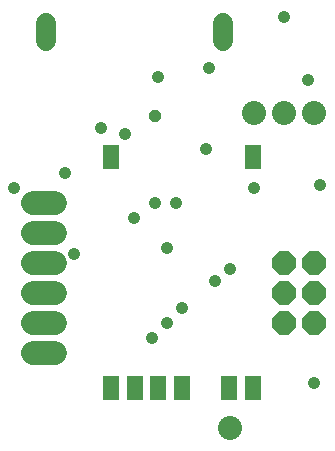
<source format=gbs>
G75*
G70*
%OFA0B0*%
%FSLAX24Y24*%
%IPPOS*%
%LPD*%
%AMOC8*
5,1,8,0,0,1.08239X$1,22.5*
%
%ADD10OC8,0.0800*%
%ADD11C,0.0800*%
%ADD12C,0.0800*%
%ADD13C,0.0660*%
%ADD14R,0.0560X0.0847*%
%ADD15C,0.0417*%
%ADD16C,0.0420*%
%ADD17OC8,0.0417*%
D10*
X013180Y012840D03*
X013180Y013840D03*
X013180Y014840D03*
X014180Y014840D03*
X014180Y013840D03*
X014180Y012840D03*
D11*
X011380Y009340D03*
X012180Y019840D03*
X013180Y019840D03*
X014180Y019840D03*
D12*
X005550Y016840D02*
X004810Y016840D01*
X004810Y015840D02*
X005550Y015840D01*
X005550Y014840D02*
X004810Y014840D01*
X004810Y013840D02*
X005550Y013840D01*
X005550Y012840D02*
X004810Y012840D01*
X004810Y011840D02*
X005550Y011840D01*
D13*
X005230Y022240D02*
X005230Y022840D01*
X011130Y022840D02*
X011130Y022240D01*
D14*
X007411Y010690D03*
X008199Y010690D03*
X008986Y010690D03*
X009774Y010690D03*
X011349Y010690D03*
X012136Y010690D03*
X012136Y018368D03*
X007411Y018368D03*
D15*
X007880Y019140D03*
X007080Y019340D03*
X005880Y017840D03*
X004180Y017340D03*
X006180Y015140D03*
X008180Y016340D03*
X008880Y016840D03*
X009580Y016840D03*
X009280Y015340D03*
X009780Y013340D03*
X009280Y012840D03*
X008780Y012340D03*
X010880Y014240D03*
X012180Y017340D03*
X010580Y018640D03*
X008980Y021040D03*
X010680Y021340D03*
X013180Y023040D03*
X014380Y017440D03*
X014180Y010840D03*
D16*
X011380Y014640D03*
X013980Y020940D03*
D17*
X008880Y019740D03*
M02*

</source>
